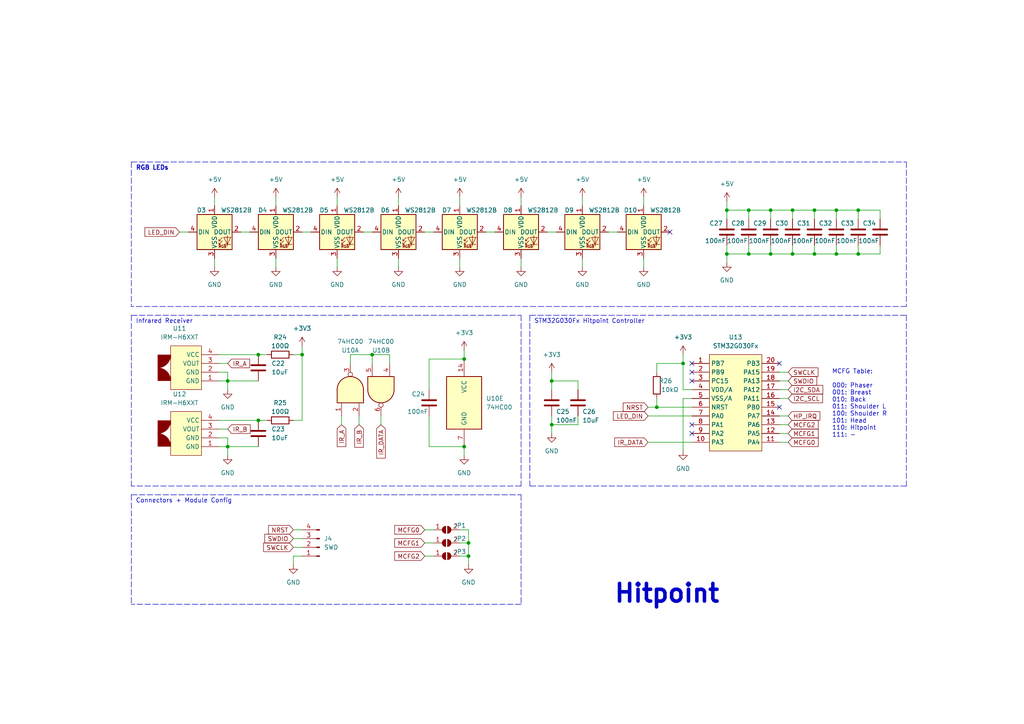
<source format=kicad_sch>
(kicad_sch (version 20211123) (generator eeschema)
  (paper "A4")
  (title_block (title "Breast Module") (date "2023-01-28") (rev "Proto V1") (comment 1 "(C) 2023 Ole Lange"))
  (lib_symbols
    (symbol "74xx:74HC00" (pin_names (offset 1.016))
      (property "Reference" "U" (at 0 1.27 0))
      (property "Value" "74HC00" (at 0 -1.27 0))
      (symbol "74HC00_1_1"
        (arc (start 0 -3.81) (mid 3.81 0) (end 0 3.81) (stroke (width 0.254)) (fill (type background)))
        (polyline (pts (xy 0 3.81) (xy -3.81 3.81) (xy -3.81 -3.81) (xy 0 -3.81)) (stroke (width 0.254)) (fill (type background)))
        (pin input line (at -7.62 2.54 0) (length 3.81) (name "~") (number "1"))
        (pin input line (at -7.62 -2.54 0) (length 3.81) (name "~") (number "2"))
        (pin output inverted (at 7.62 0 180) (length 3.81) (name "~") (number "3"))
      )
      (symbol "74HC00_1_2"
        (arc (start -3.81 -3.81) (mid -2.589 0) (end -3.81 3.81) (stroke (width 0.254)))
        (arc (start -0.6096 -3.81) (mid 2.1842 -2.5851) (end 3.81 0) (stroke (width 0.254)) (fill (type background)))
        (polyline (pts (xy -3.81 -3.81) (xy -0.635 -3.81)) (stroke (width 0.254)) (fill (type background)))
        (polyline (pts (xy -3.81 3.81) (xy -0.635 3.81)) (stroke (width 0.254)) (fill (type background)))
        (polyline (pts (xy -0.635 3.81) (xy -3.81 3.81) (xy -3.81 3.81) (xy -3.556 3.4036) (xy -3.0226 2.2606) (xy -2.6924 1.0414) (xy -2.6162 -0.254) (xy -2.7686 -1.4986) (xy -3.175 -2.7178) (xy -3.81 -3.81) (xy -3.81 -3.81) (xy -0.635 -3.81)) (stroke (width -25.4)) (fill (type background)))
        (arc (start 3.81 0) (mid 2.1915 2.5936) (end -0.6096 3.81) (stroke (width 0.254)) (fill (type background)))
        (pin input inverted (at -7.62 2.54 0) (length 4.318) (name "~") (number "1"))
        (pin input inverted (at -7.62 -2.54 0) (length 4.318) (name "~") (number "2"))
        (pin output line (at 7.62 0 180) (length 3.81) (name "~") (number "3"))
      )
      (symbol "74HC00_2_1"
        (arc (start 0 -3.81) (mid 3.81 0) (end 0 3.81) (stroke (width 0.254)) (fill (type background)))
        (polyline (pts (xy 0 3.81) (xy -3.81 3.81) (xy -3.81 -3.81) (xy 0 -3.81)) (stroke (width 0.254)) (fill (type background)))
        (pin input line (at -7.62 2.54 0) (length 3.81) (name "~") (number "4"))
        (pin input line (at -7.62 -2.54 0) (length 3.81) (name "~") (number "5"))
        (pin output inverted (at 7.62 0 180) (length 3.81) (name "~") (number "6"))
      )
      (symbol "74HC00_2_2"
        (arc (start -3.81 -3.81) (mid -2.589 0) (end -3.81 3.81) (stroke (width 0.254)))
        (arc (start -0.6096 -3.81) (mid 2.1842 -2.5851) (end 3.81 0) (stroke (width 0.254)) (fill (type background)))
        (polyline (pts (xy -3.81 -3.81) (xy -0.635 -3.81)) (stroke (width 0.254)) (fill (type background)))
        (polyline (pts (xy -3.81 3.81) (xy -0.635 3.81)) (stroke (width 0.254)) (fill (type background)))
        (polyline (pts (xy -0.635 3.81) (xy -3.81 3.81) (xy -3.81 3.81) (xy -3.556 3.4036) (xy -3.0226 2.2606) (xy -2.6924 1.0414) (xy -2.6162 -0.254) (xy -2.7686 -1.4986) (xy -3.175 -2.7178) (xy -3.81 -3.81) (xy -3.81 -3.81) (xy -0.635 -3.81)) (stroke (width -25.4)) (fill (type background)))
        (arc (start 3.81 0) (mid 2.1915 2.5936) (end -0.6096 3.81) (stroke (width 0.254)) (fill (type background)))
        (pin input inverted (at -7.62 2.54 0) (length 4.318) (name "~") (number "4"))
        (pin input inverted (at -7.62 -2.54 0) (length 4.318) (name "~") (number "5"))
        (pin output line (at 7.62 0 180) (length 3.81) (name "~") (number "6"))
      )
      (symbol "74HC00_3_1"
        (arc (start 0 -3.81) (mid 3.81 0) (end 0 3.81) (stroke (width 0.254)) (fill (type background)))
        (polyline (pts (xy 0 3.81) (xy -3.81 3.81) (xy -3.81 -3.81) (xy 0 -3.81)) (stroke (width 0.254)) (fill (type background)))
        (pin input line (at -7.62 -2.54 0) (length 3.81) (name "~") (number "10"))
        (pin output inverted (at 7.62 0 180) (length 3.81) (name "~") (number "8"))
        (pin input line (at -7.62 2.54 0) (length 3.81) (name "~") (number "9"))
      )
      (symbol "74HC00_3_2"
        (arc (start -3.81 -3.81) (mid -2.589 0) (end -3.81 3.81) (stroke (width 0.254)))
        (arc (start -0.6096 -3.81) (mid 2.1842 -2.5851) (end 3.81 0) (stroke (width 0.254)) (fill (type background)))
        (polyline (pts (xy -3.81 -3.81) (xy -0.635 -3.81)) (stroke (width 0.254)) (fill (type background)))
        (polyline (pts (xy -3.81 3.81) (xy -0.635 3.81)) (stroke (width 0.254)) (fill (type background)))
        (polyline (pts (xy -0.635 3.81) (xy -3.81 3.81) (xy -3.81 3.81) (xy -3.556 3.4036) (xy -3.0226 2.2606) (xy -2.6924 1.0414) (xy -2.6162 -0.254) (xy -2.7686 -1.4986) (xy -3.175 -2.7178) (xy -3.81 -3.81) (xy -3.81 -3.81) (xy -0.635 -3.81)) (stroke (width -25.4)) (fill (type background)))
        (arc (start 3.81 0) (mid 2.1915 2.5936) (end -0.6096 3.81) (stroke (width 0.254)) (fill (type background)))
        (pin input inverted (at -7.62 -2.54 0) (length 4.318) (name "~") (number "10"))
        (pin output line (at 7.62 0 180) (length 3.81) (name "~") (number "8"))
        (pin input inverted (at -7.62 2.54 0) (length 4.318) (name "~") (number "9"))
      )
      (symbol "74HC00_4_1"
        (arc (start 0 -3.81) (mid 3.81 0) (end 0 3.81) (stroke (width 0.254)) (fill (type background)))
        (polyline (pts (xy 0 3.81) (xy -3.81 3.81) (xy -3.81 -3.81) (xy 0 -3.81)) (stroke (width 0.254)) (fill (type background)))
        (pin output inverted (at 7.62 0 180) (length 3.81) (name "~") (number "11"))
        (pin input line (at -7.62 2.54 0) (length 3.81) (name "~") (number "12"))
        (pin input line (at -7.62 -2.54 0) (length 3.81) (name "~") (number "13"))
      )
      (symbol "74HC00_4_2"
        (arc (start -3.81 -3.81) (mid -2.589 0) (end -3.81 3.81) (stroke (width 0.254)))
        (arc (start -0.6096 -3.81) (mid 2.1842 -2.5851) (end 3.81 0) (stroke (width 0.254)) (fill (type background)))
        (polyline (pts (xy -3.81 -3.81) (xy -0.635 -3.81)) (stroke (width 0.254)) (fill (type background)))
        (polyline (pts (xy -3.81 3.81) (xy -0.635 3.81)) (stroke (width 0.254)) (fill (type background)))
        (polyline (pts (xy -0.635 3.81) (xy -3.81 3.81) (xy -3.81 3.81) (xy -3.556 3.4036) (xy -3.0226 2.2606) (xy -2.6924 1.0414) (xy -2.6162 -0.254) (xy -2.7686 -1.4986) (xy -3.175 -2.7178) (xy -3.81 -3.81) (xy -3.81 -3.81) (xy -0.635 -3.81)) (stroke (width -25.4)) (fill (type background)))
        (arc (start 3.81 0) (mid 2.1915 2.5936) (end -0.6096 3.81) (stroke (width 0.254)) (fill (type background)))
        (pin output line (at 7.62 0 180) (length 3.81) (name "~") (number "11"))
        (pin input inverted (at -7.62 2.54 0) (length 4.318) (name "~") (number "12"))
        (pin input inverted (at -7.62 -2.54 0) (length 4.318) (name "~") (number "13"))
      )
      (symbol "74HC00_5_0"
        (pin power_in line (at 0 12.7 270) (length 5.08) (name "VCC") (number "14"))
        (pin power_in line (at 0 -12.7 90) (length 5.08) (name "GND") (number "7"))
      )
      (symbol "74HC00_5_1"
        (rectangle (start -5.08 7.62) (end 5.08 -7.62) (stroke (width 0.254)) (fill (type background)))
      )
    )
    (symbol "Connector:Conn_01x04_Male" (pin_names (offset 1.016) hide)
      (property "Reference" "J" (at 0 5.08 0))
      (property "Value" "Conn_01x04_Male" (at 0 -7.62 0))
      (symbol "Conn_01x04_Male_1_1"
        (polyline (pts (xy 1.27 -5.08) (xy 0.8636 -5.08)) (stroke (width 0.1524)))
        (polyline (pts (xy 1.27 -2.54) (xy 0.8636 -2.54)) (stroke (width 0.1524)))
        (polyline (pts (xy 1.27 0) (xy 0.8636 0)) (stroke (width 0.1524)))
        (polyline (pts (xy 1.27 2.54) (xy 0.8636 2.54)) (stroke (width 0.1524)))
        (rectangle (start 0.8636 -4.953) (end 0 -5.207) (stroke (width 0.1524)) (fill (type outline)))
        (rectangle (start 0.8636 -2.413) (end 0 -2.667) (stroke (width 0.1524)) (fill (type outline)))
        (rectangle (start 0.8636 0.127) (end 0 -0.127) (stroke (width 0.1524)) (fill (type outline)))
        (rectangle (start 0.8636 2.667) (end 0 2.413) (stroke (width 0.1524)) (fill (type outline)))
        (pin passive line (at 5.08 2.54 180) (length 3.81) (name "Pin_1") (number "1"))
        (pin passive line (at 5.08 0 180) (length 3.81) (name "Pin_2") (number "2"))
        (pin passive line (at 5.08 -2.54 180) (length 3.81) (name "Pin_3") (number "3"))
        (pin passive line (at 5.08 -5.08 180) (length 3.81) (name "Pin_4") (number "4"))
      )
    )
    (symbol "Device:C" (pin_numbers hide) (pin_names (offset 0.254))
      (property "Reference" "C" (at 0.635 2.54 0))
      (property "Value" "C" (at 0.635 -2.54 0))
      (symbol "C_0_1"
        (polyline (pts (xy -2.032 -0.762) (xy 2.032 -0.762)) (stroke (width 0.508)))
        (polyline (pts (xy -2.032 0.762) (xy 2.032 0.762)) (stroke (width 0.508)))
      )
      (symbol "C_1_1"
        (pin passive line (at 0 3.81 270) (length 2.794) (name "~") (number "1"))
        (pin passive line (at 0 -3.81 90) (length 2.794) (name "~") (number "2"))
      )
    )
    (symbol "Device:R" (pin_numbers hide) (pin_names (offset 0))
      (property "Reference" "R" (at 2.032 0 90))
      (property "Value" "R" (at 0 0 90))
      (symbol "R_0_1"
        (rectangle (start -1.016 -2.54) (end 1.016 2.54) (stroke (width 0.254)))
      )
      (symbol "R_1_1"
        (pin passive line (at 0 3.81 270) (length 1.27) (name "~") (number "1"))
        (pin passive line (at 0 -3.81 90) (length 1.27) (name "~") (number "2"))
      )
    )
    (symbol "Jumper:SolderJumper_2_Open" (pin_names (offset 0) hide)
      (property "Reference" "JP" (at 0 2.032 0))
      (property "Value" "SolderJumper_2_Open" (at 0 -2.54 0))
      (symbol "SolderJumper_2_Open_0_1"
        (arc (start -0.254 1.016) (mid -1.27 0) (end -0.254 -1.016))
        (arc (start -0.254 1.016) (mid -1.27 0) (end -0.254 -1.016) (fill (type outline)))
        (polyline (pts (xy -0.254 1.016) (xy -0.254 -1.016)))
        (polyline (pts (xy 0.254 1.016) (xy 0.254 -1.016)))
        (arc (start 0.254 -1.016) (mid 1.27 0) (end 0.254 1.016))
        (arc (start 0.254 -1.016) (mid 1.27 0) (end 0.254 1.016) (fill (type outline)))
      )
      (symbol "SolderJumper_2_Open_1_1"
        (pin passive line (at -3.81 0 0) (length 2.54) (name "A") (number "1"))
        (pin passive line (at 3.81 0 180) (length 2.54) (name "B") (number "2"))
      )
    )
    (symbol "LED:WS2812B" (pin_names (offset 0.254))
      (property "Reference" "D" (at 5.08 5.715 0))
      (property "Value" "WS2812B" (at 1.27 -5.715 0))
      (symbol "WS2812B_0_0"
        (text "RGB" (at 2.286 -4.191 0) (effects (font (size 0.762 0.762))))
      )
      (symbol "WS2812B_0_1"
        (polyline (pts (xy 1.27 -3.556) (xy 1.778 -3.556)))
        (polyline (pts (xy 1.27 -2.54) (xy 1.778 -2.54)))
        (polyline (pts (xy 4.699 -3.556) (xy 2.667 -3.556)))
        (polyline (pts (xy 2.286 -2.54) (xy 1.27 -3.556) (xy 1.27 -3.048)))
        (polyline (pts (xy 2.286 -1.524) (xy 1.27 -2.54) (xy 1.27 -2.032)))
        (polyline (pts (xy 3.683 -1.016) (xy 3.683 -3.556) (xy 3.683 -4.064)))
        (polyline (pts (xy 4.699 -1.524) (xy 2.667 -1.524) (xy 3.683 -3.556) (xy 4.699 -1.524)))
        (rectangle (start 5.08 5.08) (end -5.08 -5.08) (stroke (width 0.254)) (fill (type background)))
      )
      (symbol "WS2812B_1_1"
        (pin power_in line (at 0 7.62 270) (length 2.54) (name "VDD") (number "1"))
        (pin output line (at 7.62 0 180) (length 2.54) (name "DOUT") (number "2"))
        (pin power_in line (at 0 -7.62 90) (length 2.54) (name "VSS") (number "3"))
        (pin input line (at -7.62 0 0) (length 2.54) (name "DIN") (number "4"))
      )
    )
    (symbol "olib:IRM-H6XXT"
      (property "Reference" "U" (at -7.62 12.7 0))
      (property "Value" "IRM-H6XXT" (at 1.27 12.7 0))
      (symbol "IRM-H6XXT_0_0"
        (pin power_in line (at -5.08 5.08 0) (length 5.08) (name "GND") (number "1"))
        (pin power_in line (at -5.08 2.54 0) (length 5.08) (name "GND") (number "2"))
        (pin output line (at -5.08 0 0) (length 5.08) (name "VOUT") (number "3"))
        (pin power_in line (at -5.08 -2.54 0) (length 5.08) (name "VCC") (number "4"))
      )
      (symbol "IRM-H6XXT_0_1"
        (rectangle (start 0 7.62) (end 8.89 -5.08) (fill (type background)))
        (arc (start 8.89 5.08) (mid 6.1959 -1.4241) (end 12.7 1.27) (fill (type outline)))
        (arc (start 12.7 1.27) (mid 6.1959 3.9641) (end 8.89 -2.54) (fill (type outline)))
      )
    )
    (symbol "olib:STM32G030Fx"
      (property "Reference" "U" (at 0 19.05 0))
      (property "Value" "STM32G030Fx" (at 0 16.51 0))
      (symbol "STM32G030Fx_0_0"
        (pin bidirectional line (at -12.7 11.43 0) (length 5.08) (name "PB7") (number "1"))
        (pin bidirectional line (at -12.7 -11.43 0) (length 5.08) (name "PA3") (number "10"))
        (pin bidirectional line (at 12.7 -11.43 180) (length 5.08) (name "PA4") (number "11"))
        (pin bidirectional line (at 12.7 -8.89 180) (length 5.08) (name "PA5") (number "12"))
        (pin bidirectional line (at 12.7 -6.35 180) (length 5.08) (name "PA6") (number "13"))
        (pin bidirectional line (at 12.7 -3.81 180) (length 5.08) (name "PA7") (number "14"))
        (pin bidirectional line (at 12.7 -1.27 180) (length 5.08) (name "PB0") (number "15"))
        (pin bidirectional line (at 12.7 1.27 180) (length 5.08) (name "PA11") (number "16"))
        (pin bidirectional line (at 12.7 3.81 180) (length 5.08) (name "PA12") (number "17"))
        (pin bidirectional line (at 12.7 6.35 180) (length 5.08) (name "PA13") (number "18"))
        (pin bidirectional line (at 12.7 8.89 180) (length 5.08) (name "PA15") (number "19"))
        (pin bidirectional line (at -12.7 8.89 0) (length 5.08) (name "PB9") (number "2"))
        (pin bidirectional line (at 12.7 11.43 180) (length 5.08) (name "PB3") (number "20"))
        (pin bidirectional line (at -12.7 6.35 0) (length 5.08) (name "PC15") (number "3"))
        (pin power_in line (at -12.7 3.81 0) (length 5.08) (name "VDD/A") (number "4"))
        (pin power_in line (at -12.7 1.27 0) (length 5.08) (name "VSS/A") (number "5"))
        (pin input line (at -12.7 -1.27 0) (length 5.08) (name "NRST") (number "6"))
        (pin bidirectional line (at -12.7 -3.81 0) (length 5.08) (name "PA0") (number "7"))
        (pin bidirectional line (at -12.7 -6.35 0) (length 5.08) (name "PA1") (number "8"))
        (pin bidirectional line (at -12.7 -8.89 0) (length 5.08) (name "PA2") (number "9"))
      )
      (symbol "STM32G030Fx_0_1"
        (rectangle (start -7.62 13.97) (end 7.62 -13.97) (fill (type background)))
      )
    )
    (symbol "power:+3V3" (power) (pin_names (offset 0))
      (property "Value" "+3V3" (at 0 3.556 0))
      (symbol "+3V3_0_1"
        (polyline (pts (xy -0.762 1.27) (xy 0 2.54)))
        (polyline (pts (xy 0 0) (xy 0 2.54)))
        (polyline (pts (xy 0 2.54) (xy 0.762 1.27)))
      )
      (symbol "+3V3_1_1"
        (pin power_in line (at 0 0 90) (length 0) hide (name "+3V3") (number "1"))
      )
    )
    (symbol "power:+5V" (power) (pin_names (offset 0))
      (property "Value" "+5V" (at 0 3.556 0))
      (symbol "+5V_0_1"
        (polyline (pts (xy -0.762 1.27) (xy 0 2.54)))
        (polyline (pts (xy 0 0) (xy 0 2.54)))
        (polyline (pts (xy 0 2.54) (xy 0.762 1.27)))
      )
      (symbol "+5V_1_1"
        (pin power_in line (at 0 0 90) (length 0) hide (name "+5V") (number "1"))
      )
    )
    (symbol "power:GND" (power) (pin_names (offset 0))
      (property "Value" "GND" (at 0 -3.81 0))
      (symbol "GND_0_1"
        (polyline (pts (xy 0 0) (xy 0 -1.27) (xy 1.27 -1.27) (xy 0 -2.54) (xy -1.27 -1.27) (xy 0 -1.27)))
      )
      (symbol "GND_1_1"
        (pin power_in line (at 0 0 270) (length 0) hide (name "GND") (number "1"))
      )
    )
  )
  (junction (at 74.93 102.87))
  (junction (at 134.62 104.14))
  (junction (at 248.92 73.66))
  (junction (at 135.89 157.48))
  (junction (at 229.87 60.96))
  (junction (at 160.02 110.49))
  (junction (at 66.04 110.49))
  (junction (at 248.92 60.96))
  (junction (at 198.12 105.41))
  (junction (at 242.57 60.96))
  (junction (at 134.62 129.54))
  (junction (at 66.04 129.54))
  (junction (at 210.82 73.66))
  (junction (at 87.63 102.87))
  (junction (at 160.02 123.19))
  (junction (at 217.17 73.66))
  (junction (at 229.87 73.66))
  (junction (at 217.17 60.96))
  (junction (at 236.22 73.66))
  (junction (at 74.93 121.92))
  (junction (at 107.95 102.87))
  (junction (at 210.82 60.96))
  (junction (at 223.52 73.66))
  (junction (at 236.22 60.96))
  (junction (at 190.5 118.11))
  (junction (at 223.52 60.96))
  (junction (at 242.57 73.66))
  (junction (at 135.89 161.29))
  (no_connect (at 38.1 -5.08))
  (no_connect (at 20.32 -10.16))
  (no_connect (at 200.66 107.95))
  (no_connect (at 200.66 125.73))
  (no_connect (at 35.56 -7.62))
  (no_connect (at 200.66 110.49))
  (no_connect (at 200.66 105.41))
  (no_connect (at 53.34 -7.62))
  (no_connect (at 200.66 123.19))
  (no_connect (at 226.06 105.41))
  (no_connect (at 226.06 118.11))
  (no_connect (at 20.32 -5.08))
  (no_connect (at 38.1 -10.16))
  (no_connect (at 194.31 67.31))
  (wire (pts (xy 229.87 60.96) (xy 236.22 60.96)))
  (wire (pts (xy 226.06 107.95) (xy 228.6 107.95)))
  (wire (pts (xy 248.92 71.12) (xy 248.92 73.66)))
  (wire (pts (xy 187.96 120.65) (xy 200.66 120.65)))
  (wire (pts (xy 133.35 74.93) (xy 133.35 77.47)))
  (wire (pts (xy 63.5 107.95) (xy 66.04 107.95)))
  (wire (pts (xy 236.22 60.96) (xy 236.22 63.5)))
  (polyline (pts (xy 262.89 46.99) (xy 262.89 88.9)))
  (wire (pts (xy 168.91 57.15) (xy 168.91 59.69)))
  (wire (pts (xy 160.02 110.49) (xy 167.64 110.49)))
  (wire (pts (xy 63.5 129.54) (xy 66.04 129.54)))
  (wire (pts (xy 134.62 101.6) (xy 134.62 104.14)))
  (wire (pts (xy 236.22 71.12) (xy 236.22 73.66)))
  (wire (pts (xy 187.96 118.11) (xy 190.5 118.11)))
  (wire (pts (xy 226.06 113.03) (xy 228.6 113.03)))
  (wire (pts (xy 226.06 128.27) (xy 228.6 128.27)))
  (wire (pts (xy 80.01 74.93) (xy 80.01 77.47)))
  (polyline (pts (xy 38.1 91.44) (xy 38.1 140.97)))
  (wire (pts (xy 85.09 156.21) (xy 87.63 156.21)))
  (wire (pts (xy 85.09 161.29) (xy 87.63 161.29)))
  (wire (pts (xy 217.17 73.66) (xy 223.52 73.66)))
  (polyline (pts (xy 38.1 143.51) (xy 151.13 143.51)))
  (polyline (pts (xy 38.1 46.99) (xy 262.89 46.99)))
  (wire (pts (xy 110.49 120.65) (xy 110.49 123.19)))
  (wire (pts (xy 229.87 71.12) (xy 229.87 73.66)))
  (wire (pts (xy 66.04 110.49) (xy 74.93 110.49)))
  (wire (pts (xy 107.95 102.87) (xy 113.03 102.87)))
  (polyline (pts (xy 38.1 46.99) (xy 38.1 88.9)))
  (wire (pts (xy 135.89 157.48) (xy 135.89 161.29)))
  (wire (pts (xy 236.22 73.66) (xy 242.57 73.66)))
  (wire (pts (xy 210.82 58.42) (xy 210.82 60.96)))
  (wire (pts (xy 217.17 71.12) (xy 217.17 73.66)))
  (wire (pts (xy 248.92 60.96) (xy 248.92 63.5)))
  (wire (pts (xy 63.5 110.49) (xy 66.04 110.49)))
  (wire (pts (xy 158.75 67.31) (xy 161.29 67.31)))
  (wire (pts (xy 63.5 102.87) (xy 74.93 102.87)))
  (wire (pts (xy 134.62 129.54) (xy 134.62 132.08)))
  (wire (pts (xy 85.09 102.87) (xy 87.63 102.87)))
  (wire (pts (xy 135.89 161.29) (xy 135.89 163.83)))
  (wire (pts (xy 217.17 60.96) (xy 217.17 63.5)))
  (wire (pts (xy 255.27 60.96) (xy 255.27 63.5)))
  (wire (pts (xy 176.53 67.31) (xy 179.07 67.31)))
  (wire (pts (xy 85.09 163.83) (xy 85.09 161.29)))
  (wire (pts (xy 160.02 107.95) (xy 160.02 110.49)))
  (polyline (pts (xy 262.89 91.44) (xy 262.89 140.97)))
  (wire (pts (xy 198.12 113.03) (xy 200.66 113.03)))
  (wire (pts (xy 226.06 115.57) (xy 228.6 115.57)))
  (wire (pts (xy 210.82 71.12) (xy 210.82 73.66)))
  (wire (pts (xy 87.63 100.33) (xy 87.63 102.87)))
  (wire (pts (xy 63.5 127) (xy 66.04 127)))
  (wire (pts (xy 226.06 125.73) (xy 228.6 125.73)))
  (wire (pts (xy 97.79 57.15) (xy 97.79 59.69)))
  (wire (pts (xy 229.87 60.96) (xy 229.87 63.5)))
  (polyline (pts (xy 262.89 88.9) (xy 38.1 88.9)))
  (wire (pts (xy 99.06 123.19) (xy 99.06 120.65)))
  (wire (pts (xy 198.12 102.87) (xy 198.12 105.41)))
  (wire (pts (xy 63.5 124.46) (xy 66.04 124.46)))
  (wire (pts (xy 124.46 113.03) (xy 124.46 104.14)))
  (wire (pts (xy 135.89 161.29) (xy 133.35 161.29)))
  (polyline (pts (xy 38.1 91.44) (xy 151.13 91.44)))
  (wire (pts (xy 66.04 127) (xy 66.04 129.54)))
  (wire (pts (xy 248.92 60.96) (xy 255.27 60.96)))
  (wire (pts (xy 229.87 73.66) (xy 236.22 73.66)))
  (wire (pts (xy 124.46 129.54) (xy 134.62 129.54)))
  (wire (pts (xy 107.95 102.87) (xy 107.95 105.41)))
  (wire (pts (xy 69.85 67.31) (xy 72.39 67.31)))
  (wire (pts (xy 124.46 120.65) (xy 124.46 129.54)))
  (wire (pts (xy 105.41 67.31) (xy 107.95 67.31)))
  (wire (pts (xy 167.64 123.19) (xy 167.64 120.65)))
  (wire (pts (xy 167.64 110.49) (xy 167.64 113.03)))
  (wire (pts (xy 80.01 57.15) (xy 80.01 59.69)))
  (wire (pts (xy 223.52 73.66) (xy 229.87 73.66)))
  (wire (pts (xy 101.6 105.41) (xy 101.6 102.87)))
  (wire (pts (xy 186.69 74.93) (xy 186.69 77.47)))
  (wire (pts (xy 62.23 74.93) (xy 62.23 77.47)))
  (wire (pts (xy 123.19 157.48) (xy 125.73 157.48)))
  (wire (pts (xy 200.66 118.11) (xy 190.5 118.11)))
  (wire (pts (xy 52.07 67.31) (xy 54.61 67.31)))
  (wire (pts (xy 186.69 57.15) (xy 186.69 59.69)))
  (wire (pts (xy 133.35 157.48) (xy 135.89 157.48)))
  (wire (pts (xy 74.93 102.87) (xy 77.47 102.87)))
  (wire (pts (xy 87.63 67.31) (xy 90.17 67.31)))
  (wire (pts (xy 151.13 74.93) (xy 151.13 77.47)))
  (wire (pts (xy 248.92 73.66) (xy 255.27 73.66)))
  (polyline (pts (xy 151.13 143.51) (xy 151.13 175.26)))
  (wire (pts (xy 226.06 110.49) (xy 228.6 110.49)))
  (wire (pts (xy 66.04 107.95) (xy 66.04 110.49)))
  (wire (pts (xy 85.09 153.67) (xy 87.63 153.67)))
  (wire (pts (xy 226.06 120.65) (xy 228.6 120.65)))
  (polyline (pts (xy 153.67 91.44) (xy 153.67 140.97)))
  (wire (pts (xy 113.03 102.87) (xy 113.03 105.41)))
  (wire (pts (xy 160.02 120.65) (xy 160.02 123.19)))
  (wire (pts (xy 242.57 60.96) (xy 242.57 63.5)))
  (wire (pts (xy 63.5 105.41) (xy 66.04 105.41)))
  (wire (pts (xy 217.17 60.96) (xy 223.52 60.96)))
  (wire (pts (xy 223.52 71.12) (xy 223.52 73.66)))
  (wire (pts (xy 210.82 63.5) (xy 210.82 60.96)))
  (wire (pts (xy 123.19 161.29) (xy 125.73 161.29)))
  (wire (pts (xy 198.12 115.57) (xy 200.66 115.57)))
  (wire (pts (xy 160.02 123.19) (xy 167.64 123.19)))
  (wire (pts (xy 66.04 110.49) (xy 66.04 113.03)))
  (wire (pts (xy 104.14 123.19) (xy 104.14 120.65)))
  (polyline (pts (xy 38.1 143.51) (xy 38.1 175.26)))
  (wire (pts (xy 210.82 73.66) (xy 217.17 73.66)))
  (polyline (pts (xy 262.89 140.97) (xy 153.67 140.97)))
  (wire (pts (xy 242.57 71.12) (xy 242.57 73.66)))
  (wire (pts (xy 74.93 121.92) (xy 77.47 121.92)))
  (polyline (pts (xy 151.13 140.97) (xy 38.1 140.97)))
  (polyline (pts (xy 151.13 91.44) (xy 151.13 140.97)))
  (wire (pts (xy 133.35 153.67) (xy 135.89 153.67)))
  (wire (pts (xy 255.27 73.66) (xy 255.27 71.12)))
  (wire (pts (xy 210.82 73.66) (xy 210.82 76.2)))
  (wire (pts (xy 123.19 67.31) (xy 125.73 67.31)))
  (wire (pts (xy 190.5 105.41) (xy 198.12 105.41)))
  (wire (pts (xy 198.12 105.41) (xy 198.12 113.03)))
  (polyline (pts (xy 153.67 91.44) (xy 262.89 91.44)))
  (wire (pts (xy 242.57 60.96) (xy 248.92 60.96)))
  (wire (pts (xy 242.57 73.66) (xy 248.92 73.66)))
  (wire (pts (xy 190.5 107.95) (xy 190.5 105.41)))
  (wire (pts (xy 198.12 130.81) (xy 198.12 115.57)))
  (wire (pts (xy 87.63 102.87) (xy 87.63 121.92)))
  (wire (pts (xy 62.23 57.15) (xy 62.23 59.69)))
  (wire (pts (xy 85.09 121.92) (xy 87.63 121.92)))
  (wire (pts (xy 140.97 67.31) (xy 143.51 67.31)))
  (wire (pts (xy 66.04 129.54) (xy 74.93 129.54)))
  (wire (pts (xy 223.52 60.96) (xy 229.87 60.96)))
  (wire (pts (xy 115.57 74.93) (xy 115.57 77.47)))
  (wire (pts (xy 210.82 60.96) (xy 217.17 60.96)))
  (wire (pts (xy 133.35 57.15) (xy 133.35 59.69)))
  (wire (pts (xy 85.09 158.75) (xy 87.63 158.75)))
  (polyline (pts (xy 151.13 175.26) (xy 38.1 175.26)))
  (wire (pts (xy 226.06 123.19) (xy 228.6 123.19)))
  (wire (pts (xy 151.13 57.15) (xy 151.13 59.69)))
  (wire (pts (xy 187.96 128.27) (xy 200.66 128.27)))
  (wire (pts (xy 135.89 153.67) (xy 135.89 157.48)))
  (wire (pts (xy 101.6 102.87) (xy 107.95 102.87)))
  (wire (pts (xy 160.02 123.19) (xy 160.02 125.73)))
  (wire (pts (xy 223.52 60.96) (xy 223.52 63.5)))
  (wire (pts (xy 124.46 104.14) (xy 134.62 104.14)))
  (wire (pts (xy 63.5 121.92) (xy 74.93 121.92)))
  (wire (pts (xy 168.91 74.93) (xy 168.91 77.47)))
  (wire (pts (xy 236.22 60.96) (xy 242.57 60.96)))
  (wire (pts (xy 97.79 74.93) (xy 97.79 77.47)))
  (wire (pts (xy 160.02 110.49) (xy 160.02 113.03)))
  (wire (pts (xy 66.04 129.54) (xy 66.04 132.08)))
  (wire (pts (xy 123.19 153.67) (xy 125.73 153.67)))
  (wire (pts (xy 115.57 57.15) (xy 115.57 59.69)))
  (wire (pts (xy 190.5 118.11) (xy 190.5 115.57)))
  (text "MCFG Table:\n\n000: Phaser\n001: Breast\n010: Back\n011: Shoulder L\n100: Shoulder R\n101: Head\n110: Hitpoint\n111: -" (at 241.3 127 0) (effects (font (size 1.27 1.27)) (justify left bottom)))
  (text "Connectors + Module Config" (at 39.37 146.05 0) (effects (font (size 1.27 1.27)) (justify left bottom)))
  (text "STM32G030Fx Hitpoint Controller" (at 154.94 93.98 0) (effects (font (size 1.27 1.27)) (justify left bottom)))
  (text "Infrared Receiver" (at 39.37 93.98 0) (effects (font (size 1.27 1.27)) (justify left bottom)))
  (text "Hitpoint	" (at 177.8 175.26 0) (effects (font (size 5.12 5.12) (thickness 1.024) bold) (justify left bottom)))
  (text "RGB LEDs" (at 39.37 49.53 0) (effects (font (size 1.27 1.27) bold) (justify left bottom)))
  (global_label "IR_DATA" (shape input) (at 110.49 123.19 270) (property "Intersheet References" "${INTERSHEET_REFS}" (effects hide)))
  (global_label "MCFG2" (shape input) (at 228.6 123.19 0) (property "Intersheet References" "${INTERSHEET_REFS}" (effects hide)))
  (global_label "MCFG2" (shape input) (at 123.19 161.29 180) (property "Intersheet References" "${INTERSHEET_REFS}" (effects hide)))
  (global_label "MCFG1" (shape input) (at 228.6 125.73 0) (property "Intersheet References" "${INTERSHEET_REFS}" (effects hide)))
  (global_label "IR_A" (shape input) (at 66.04 105.41 0) (property "Intersheet References" "${INTERSHEET_REFS}" (effects hide)))
  (global_label "IR_B" (shape input) (at 104.14 123.19 270) (property "Intersheet References" "${INTERSHEET_REFS}" (effects hide)))
  (global_label "SWDIO" (shape input) (at 228.6 110.49 0) (property "Intersheet References" "${INTERSHEET_REFS}" (effects hide)))
  (global_label "SWCLK" (shape input) (at 85.09 158.75 180) (property "Intersheet References" "${INTERSHEET_REFS}" (effects hide)))
  (global_label "NRST" (shape input) (at 85.09 153.67 180) (property "Intersheet References" "${INTERSHEET_REFS}" (effects hide)))
  (global_label "SWDIO" (shape input) (at 85.09 156.21 180) (property "Intersheet References" "${INTERSHEET_REFS}" (effects hide)))
  (global_label "I2C_SDA" (shape input) (at 228.6 113.03 0) (property "Intersheet References" "${INTERSHEET_REFS}" (effects hide)))
  (global_label "I2C_SCL" (shape input) (at 228.6 115.57 0) (property "Intersheet References" "${INTERSHEET_REFS}" (effects hide)))
  (global_label "MCFG0" (shape input) (at 123.19 153.67 180) (property "Intersheet References" "${INTERSHEET_REFS}" (effects hide)))
  (global_label "IR_A" (shape input) (at 99.06 123.19 270) (property "Intersheet References" "${INTERSHEET_REFS}" (effects hide)))
  (global_label "MCFG1" (shape input) (at 123.19 157.48 180) (property "Intersheet References" "${INTERSHEET_REFS}" (effects hide)))
  (global_label "HP_IRQ" (shape input) (at 228.6 120.65 0) (property "Intersheet References" "${INTERSHEET_REFS}" (effects hide)))
  (global_label "LED_DIN" (shape input) (at 52.07 67.31 180) (property "Intersheet References" "${INTERSHEET_REFS}" (effects hide)))
  (global_label "IR_DATA" (shape input) (at 187.96 128.27 180) (property "Intersheet References" "${INTERSHEET_REFS}" (effects hide)))
  (global_label "IR_B" (shape input) (at 66.04 124.46 0) (property "Intersheet References" "${INTERSHEET_REFS}" (effects hide)))
  (global_label "SWCLK" (shape input) (at 228.6 107.95 0) (property "Intersheet References" "${INTERSHEET_REFS}" (effects hide)))
  (global_label "LED_DIN" (shape input) (at 187.96 120.65 180) (property "Intersheet References" "${INTERSHEET_REFS}" (effects hide)))
  (global_label "MCFG0" (shape input) (at 228.6 128.27 0) (property "Intersheet References" "${INTERSHEET_REFS}" (effects hide)))
  (global_label "NRST" (shape input) (at 187.96 118.11 180) (property "Intersheet References" "${INTERSHEET_REFS}" (effects hide)))
  (symbol (lib_id "power:+5V") (at 168.91 57.15 0) (unit 1)
    (property "Reference" "#PWR057" (effects hide))
    (property "Value" "+5V" (at 168.91 52.07 0))
  )
  (symbol (lib_id "olib:IRM-H6XXT") (at 58.42 124.46 180) (unit 1)
    (property "Reference" "U12" (at 52.07 114.3 0))
    (property "Value" "IRM-H6XXT" (at 52.07 116.84 0))
    (property "Footprint" "olelib:IRM-H6XXT" (effects hide))
  )
  (symbol (lib_id "LED:WS2812B") (at 151.13 67.31 0) (unit 1)
    (property "Reference" "D8" (at 147.32 60.96 0))
    (property "Value" "WS2812B" (at 157.48 60.96 0))
    (property "Footprint" "LED_SMD:LED_WS2812B_PLCC4_5.0x5.0mm_P3.2mm" (effects hide))
    (property "Datasheet" "https://cdn-shop.adafruit.com/datasheets/WS2812B.pdf" (effects hide))
  )
  (symbol (lib_id "Device:C") (at 167.64 116.84 0) (unit 1)
    (property "Reference" "C26" (at 168.91 119.38 0) (effects (justify left)))
    (property "Value" "10uF" (at 168.91 121.92 0) (effects (justify left)))
    (property "Footprint" "Capacitor_SMD:C_0805_2012Metric" (effects hide))
  )
  (symbol (lib_id "power:GND") (at 66.04 113.03 0) (unit 1)
    (property "Reference" "#PWR038" (effects hide))
    (property "Value" "GND" (at 66.04 118.11 0))
  )
  (symbol (lib_id "power:GND") (at 133.35 77.47 0) (unit 1)
    (property "Reference" "#PWR049" (effects hide))
    (property "Value" "GND" (at 133.35 82.55 0))
  )
  (symbol (lib_id "74xx:74HC00") (at 27.94 -7.62 0) (unit 4)
    (property "Reference" "U10" (at 27.94 -16.51 0))
    (property "Value" "74HC00" (at 27.94 -13.97 0))
    (property "Footprint" "Package_SO:SO-14_3.9x8.65mm_P1.27mm" (effects hide))
    (property "Datasheet" "http://www.ti.com/lit/gpn/sn74hc00" (effects hide))
  )
  (symbol (lib_id "LED:WS2812B") (at 168.91 67.31 0) (unit 1)
    (property "Reference" "D9" (at 165.1 60.96 0))
    (property "Value" "WS2812B" (at 175.26 60.96 0))
    (property "Footprint" "LED_SMD:LED_WS2812B_PLCC4_5.0x5.0mm_P3.2mm" (effects hide))
    (property "Datasheet" "https://cdn-shop.adafruit.com/datasheets/WS2812B.pdf" (effects hide))
  )
  (symbol (lib_id "olib:IRM-H6XXT") (at 58.42 105.41 180) (unit 1)
    (property "Reference" "U11" (at 52.07 95.25 0))
    (property "Value" "IRM-H6XXT" (at 52.07 97.79 0))
    (property "Footprint" "olelib:IRM-H6XXT" (effects hide))
  )
  (symbol (lib_id "74xx:74HC00") (at 45.72 -7.62 0) (unit 3)
    (property "Reference" "U10" (at 45.72 -16.51 0))
    (property "Value" "74HC00" (at 45.72 -13.97 0))
    (property "Footprint" "Package_SO:SO-14_3.9x8.65mm_P1.27mm" (effects hide))
    (property "Datasheet" "http://www.ti.com/lit/gpn/sn74hc00" (effects hide))
  )
  (symbol (lib_id "power:+3V3") (at 87.63 100.33 0) (unit 1)
    (property "Reference" "#PWR043" (effects hide))
    (property "Value" "+3V3" (at 87.63 95.25 0))
  )
  (symbol (lib_id "power:GND") (at 115.57 77.47 0) (unit 1)
    (property "Reference" "#PWR047" (effects hide))
    (property "Value" "GND" (at 115.57 82.55 0))
  )
  (symbol (lib_id "Device:C") (at 74.93 106.68 180) (unit 1)
    (property "Reference" "C22" (at 78.74 105.4099 0) (effects (justify right)))
    (property "Value" "10uF" (at 78.74 107.9499 0) (effects (justify right)))
    (property "Footprint" "Capacitor_SMD:C_0805_2012Metric" (effects hide))
  )
  (symbol (lib_id "Device:C") (at 229.87 67.31 0) (unit 1)
    (property "Reference" "C30" (at 224.79 64.77 0) (effects (justify left)))
    (property "Value" "100nF" (at 223.52 69.85 0) (effects (justify left)))
    (property "Footprint" "Capacitor_SMD:C_0603_1608Metric" (effects hide))
  )
  (symbol (lib_id "74xx:74HC00") (at 110.49 113.03 270) (unit 2)
    (property "Reference" "U10" (at 107.95 101.6 90) (effects (justify left)))
    (property "Value" "74HC00" (at 106.68 99.06 90) (effects (justify left)))
    (property "Footprint" "Package_SO:SO-14_3.9x8.65mm_P1.27mm" (effects hide))
    (property "Datasheet" "http://www.ti.com/lit/gpn/sn74hc00" (effects hide))
  )
  (symbol (lib_id "power:GND") (at 66.04 132.08 0) (unit 1)
    (property "Reference" "#PWR039" (effects hide))
    (property "Value" "GND" (at 66.04 137.16 0))
  )
  (symbol (lib_id "Device:C") (at 74.93 125.73 180) (unit 1)
    (property "Reference" "C23" (at 78.74 124.4599 0) (effects (justify right)))
    (property "Value" "10uF" (at 78.74 126.9999 0) (effects (justify right)))
    (property "Footprint" "Capacitor_SMD:C_0805_2012Metric" (effects hide))
  )
  (symbol (lib_id "Jumper:SolderJumper_2_Open") (at 129.54 153.67 0) (unit 1)
    (property "Reference" "JP1" (at 133.35 152.4 0))
    (property "Value" "SolderJumper_2_Open" (effects hide))
    (property "Footprint" "Jumper:SolderJumper-2_P1.3mm_Open_TrianglePad1.0x1.5mm" (effects hide))
  )
  (symbol (lib_id "power:GND") (at 151.13 77.47 0) (unit 1)
    (property "Reference" "#PWR054" (effects hide))
    (property "Value" "GND" (at 151.13 82.55 0))
  )
  (symbol (lib_id "Device:C") (at 124.46 116.84 0) (unit 1)
    (property "Reference" "C24" (at 119.38 114.3 0) (effects (justify left)))
    (property "Value" "100nF" (at 118.11 119.38 0) (effects (justify left)))
    (property "Footprint" "Capacitor_SMD:C_0603_1608Metric" (effects hide))
  )
  (symbol (lib_id "olib:STM32G030Fx") (at 213.36 116.84 0) (unit 1)
    (property "Reference" "U13" (at 213.36 97.79 0))
    (property "Value" "STM32G030Fx" (at 213.36 100.33 0))
    (property "Footprint" "Package_SO:TSSOP-20_4.4x6.5mm_P0.65mm" (effects hide))
  )
  (symbol (lib_id "Device:C") (at 236.22 67.31 0) (unit 1)
    (property "Reference" "C31" (at 231.14 64.77 0) (effects (justify left)))
    (property "Value" "100nF" (at 229.87 69.85 0) (effects (justify left)))
    (property "Footprint" "Capacitor_SMD:C_0603_1608Metric" (effects hide))
  )
  (symbol (lib_id "power:+3V3") (at 160.02 107.95 0) (unit 1)
    (property "Reference" "#PWR055" (effects hide))
    (property "Value" "+3V3" (at 160.02 102.87 0))
  )
  (symbol (lib_id "power:GND") (at 134.62 132.08 0) (unit 1)
    (property "Reference" "#PWR051" (effects hide))
    (property "Value" "GND" (at 134.62 137.16 0))
  )
  (symbol (lib_id "Device:C") (at 242.57 67.31 0) (unit 1)
    (property "Reference" "C32" (at 237.49 64.77 0) (effects (justify left)))
    (property "Value" "100nF" (at 236.22 69.85 0) (effects (justify left)))
    (property "Footprint" "Capacitor_SMD:C_0603_1608Metric" (effects hide))
  )
  (symbol (lib_id "Connector:Conn_01x04_Male") (at 92.71 158.75 180) (unit 1)
    (property "Reference" "J4" (at 93.98 156.2099 0) (effects (justify right)))
    (property "Value" "SWD" (at 93.98 158.7499 0) (effects (justify right)))
    (property "Footprint" "Connector_PinSocket_2.54mm:PinSocket_1x04_P2.54mm_Vertical" (effects hide))
  )
  (symbol (lib_id "LED:WS2812B") (at 115.57 67.31 0) (unit 1)
    (property "Reference" "D6" (at 111.76 60.96 0))
    (property "Value" "WS2812B" (at 121.92 60.96 0))
    (property "Footprint" "LED_SMD:LED_WS2812B_PLCC4_5.0x5.0mm_P3.2mm" (effects hide))
    (property "Datasheet" "https://cdn-shop.adafruit.com/datasheets/WS2812B.pdf" (effects hide))
  )
  (symbol (lib_id "power:GND") (at 85.09 163.83 0) (unit 1)
    (property "Reference" "#PWR042" (effects hide))
    (property "Value" "GND" (at 85.09 168.91 0))
  )
  (symbol (lib_id "power:GND") (at 160.02 125.73 0) (unit 1)
    (property "Reference" "#PWR056" (effects hide))
    (property "Value" "GND" (at 160.02 130.81 0))
  )
  (symbol (lib_id "power:+5V") (at 133.35 57.15 0) (unit 1)
    (property "Reference" "#PWR048" (effects hide))
    (property "Value" "+5V" (at 133.35 52.07 0))
  )
  (symbol (lib_id "LED:WS2812B") (at 62.23 67.31 0) (unit 1)
    (property "Reference" "D3" (at 58.42 60.96 0))
    (property "Value" "WS2812B" (at 68.58 60.96 0))
    (property "Footprint" "LED_SMD:LED_WS2812B_PLCC4_5.0x5.0mm_P3.2mm" (effects hide))
    (property "Datasheet" "https://cdn-shop.adafruit.com/datasheets/WS2812B.pdf" (effects hide))
  )
  (symbol (lib_id "74xx:74HC00") (at 101.6 113.03 90) (unit 1)
    (property "Reference" "U10" (at 101.6 101.6 90))
    (property "Value" "74HC00" (at 101.6 99.06 90))
    (property "Footprint" "Package_SO:SO-14_3.9x8.65mm_P1.27mm" (effects hide))
    (property "Datasheet" "http://www.ti.com/lit/gpn/sn74hc00" (effects hide))
  )
  (symbol (lib_id "power:+5V") (at 186.69 57.15 0) (unit 1)
    (property "Reference" "#PWR059" (effects hide))
    (property "Value" "+5V" (at 186.69 52.07 0))
  )
  (symbol (lib_id "power:GND") (at 62.23 77.47 0) (unit 1)
    (property "Reference" "#PWR037" (effects hide))
    (property "Value" "GND" (at 62.23 82.55 0))
  )
  (symbol (lib_id "74xx:74HC00") (at 134.62 116.84 0) (unit 5)
    (property "Reference" "U10" (at 140.97 115.5699 0) (effects (justify left)))
    (property "Value" "74HC00" (at 140.97 118.1099 0) (effects (justify left)))
    (property "Footprint" "Package_SO:SO-14_3.9x8.65mm_P1.27mm" (effects hide))
    (property "Datasheet" "http://www.ti.com/lit/gpn/sn74hc00" (effects hide))
  )
  (symbol (lib_id "LED:WS2812B") (at 97.79 67.31 0) (unit 1)
    (property "Reference" "D5" (at 93.98 60.96 0))
    (property "Value" "WS2812B" (at 104.14 60.96 0))
    (property "Footprint" "LED_SMD:LED_WS2812B_PLCC4_5.0x5.0mm_P3.2mm" (effects hide))
    (property "Datasheet" "https://cdn-shop.adafruit.com/datasheets/WS2812B.pdf" (effects hide))
  )
  (symbol (lib_id "Device:R") (at 81.28 121.92 90) (unit 1)
    (property "Reference" "R25" (at 81.28 116.84 90))
    (property "Value" "100Ω" (at 81.28 119.38 90))
    (property "Footprint" "Resistor_SMD:R_0603_1608Metric" (effects hide))
  )
  (symbol (lib_id "Device:C") (at 210.82 67.31 0) (unit 1)
    (property "Reference" "C27" (at 205.74 64.77 0) (effects (justify left)))
    (property "Value" "100nF" (at 204.47 69.85 0) (effects (justify left)))
    (property "Footprint" "Capacitor_SMD:C_0603_1608Metric" (effects hide))
  )
  (symbol (lib_id "Device:C") (at 217.17 67.31 0) (unit 1)
    (property "Reference" "C28" (at 212.09 64.77 0) (effects (justify left)))
    (property "Value" "100nF" (at 210.82 69.85 0) (effects (justify left)))
    (property "Footprint" "Capacitor_SMD:C_0603_1608Metric" (effects hide))
  )
  (symbol (lib_id "power:GND") (at 168.91 77.47 0) (unit 1)
    (property "Reference" "#PWR058" (effects hide))
    (property "Value" "GND" (at 168.91 82.55 0))
  )
  (symbol (lib_id "power:GND") (at 198.12 130.81 0) (unit 1)
    (property "Reference" "#PWR062" (effects hide))
    (property "Value" "GND" (at 198.12 135.89 0))
  )
  (symbol (lib_id "power:GND") (at 186.69 77.47 0) (unit 1)
    (property "Reference" "#PWR060" (effects hide))
    (property "Value" "GND" (at 186.69 82.55 0))
  )
  (symbol (lib_id "Device:C") (at 223.52 67.31 0) (unit 1)
    (property "Reference" "C29" (at 218.44 64.77 0) (effects (justify left)))
    (property "Value" "100nF" (at 217.17 69.85 0) (effects (justify left)))
    (property "Footprint" "Capacitor_SMD:C_0603_1608Metric" (effects hide))
  )
  (symbol (lib_id "LED:WS2812B") (at 133.35 67.31 0) (unit 1)
    (property "Reference" "D7" (at 129.54 60.96 0))
    (property "Value" "WS2812B" (at 139.7 60.96 0))
    (property "Footprint" "LED_SMD:LED_WS2812B_PLCC4_5.0x5.0mm_P3.2mm" (effects hide))
    (property "Datasheet" "https://cdn-shop.adafruit.com/datasheets/WS2812B.pdf" (effects hide))
  )
  (symbol (lib_id "Device:R") (at 81.28 102.87 90) (unit 1)
    (property "Reference" "R24" (at 81.28 97.79 90))
    (property "Value" "100Ω" (at 81.28 100.33 90))
    (property "Footprint" "Resistor_SMD:R_0603_1608Metric" (effects hide))
  )
  (symbol (lib_id "Jumper:SolderJumper_2_Open") (at 129.54 161.29 0) (unit 1)
    (property "Reference" "JP3" (at 133.35 160.02 0))
    (property "Value" "SolderJumper_2_Open" (effects hide))
    (property "Footprint" "Jumper:SolderJumper-2_P1.3mm_Open_TrianglePad1.0x1.5mm" (effects hide))
  )
  (symbol (lib_id "power:+5V") (at 80.01 57.15 0) (unit 1)
    (property "Reference" "#PWR040" (effects hide))
    (property "Value" "+5V" (at 80.01 52.07 0))
  )
  (symbol (lib_id "Device:C") (at 248.92 67.31 0) (unit 1)
    (property "Reference" "C33" (at 243.84 64.77 0) (effects (justify left)))
    (property "Value" "100nF" (at 242.57 69.85 0) (effects (justify left)))
    (property "Footprint" "Capacitor_SMD:C_0603_1608Metric" (effects hide))
  )
  (symbol (lib_id "LED:WS2812B") (at 186.69 67.31 0) (unit 1)
    (property "Reference" "D10" (at 182.88 60.96 0))
    (property "Value" "WS2812B" (at 193.04 60.96 0))
    (property "Footprint" "LED_SMD:LED_WS2812B_PLCC4_5.0x5.0mm_P3.2mm" (effects hide))
    (property "Datasheet" "https://cdn-shop.adafruit.com/datasheets/WS2812B.pdf" (effects hide))
  )
  (symbol (lib_id "power:+3V3") (at 198.12 102.87 0) (unit 1)
    (property "Reference" "#PWR061" (effects hide))
    (property "Value" "+3V3" (at 198.12 97.79 0))
  )
  (symbol (lib_id "power:+5V") (at 210.82 58.42 0) (unit 1)
    (property "Reference" "#PWR063" (effects hide))
    (property "Value" "+5V" (at 210.82 53.34 0))
  )
  (symbol (lib_id "LED:WS2812B") (at 80.01 67.31 0) (unit 1)
    (property "Reference" "D4" (at 76.2 60.96 0))
    (property "Value" "WS2812B" (at 86.36 60.96 0))
    (property "Footprint" "LED_SMD:LED_WS2812B_PLCC4_5.0x5.0mm_P3.2mm" (effects hide))
    (property "Datasheet" "https://cdn-shop.adafruit.com/datasheets/WS2812B.pdf" (effects hide))
  )
  (symbol (lib_id "power:GND") (at 97.79 77.47 0) (unit 1)
    (property "Reference" "#PWR045" (effects hide))
    (property "Value" "GND" (at 97.79 82.55 0))
  )
  (symbol (lib_id "power:+5V") (at 151.13 57.15 0) (unit 1)
    (property "Reference" "#PWR053" (effects hide))
    (property "Value" "+5V" (at 151.13 52.07 0))
  )
  (symbol (lib_id "power:+3V3") (at 134.62 101.6 0) (unit 1)
    (property "Reference" "#PWR050" (effects hide))
    (property "Value" "+3V3" (at 134.62 96.52 0))
  )
  (symbol (lib_id "Device:R") (at 190.5 111.76 0) (unit 1)
    (property "Reference" "R26" (at 193.04 110.49 0))
    (property "Value" "10kΩ" (at 194.31 113.03 0))
    (property "Footprint" "Resistor_SMD:R_0603_1608Metric" (effects hide))
  )
  (symbol (lib_id "power:+5V") (at 62.23 57.15 0) (unit 1)
    (property "Reference" "#PWR036" (effects hide))
    (property "Value" "+5V" (at 62.23 52.07 0))
  )
  (symbol (lib_id "power:GND") (at 80.01 77.47 0) (unit 1)
    (property "Reference" "#PWR041" (effects hide))
    (property "Value" "GND" (at 80.01 82.55 0))
  )
  (symbol (lib_id "Device:C") (at 160.02 116.84 0) (unit 1)
    (property "Reference" "C25" (at 161.29 119.38 0) (effects (justify left)))
    (property "Value" "100nF" (at 161.29 121.92 0) (effects (justify left)))
    (property "Footprint" "Capacitor_SMD:C_0603_1608Metric" (effects hide))
  )
  (symbol (lib_id "power:+5V") (at 97.79 57.15 0) (unit 1)
    (property "Reference" "#PWR044" (effects hide))
    (property "Value" "+5V" (at 97.79 52.07 0))
  )
  (symbol (lib_id "power:GND") (at 135.89 163.83 0) (unit 1)
    (property "Reference" "#PWR052" (effects hide))
    (property "Value" "GND" (at 135.89 168.91 0))
  )
  (symbol (lib_id "power:+5V") (at 115.57 57.15 0) (unit 1)
    (property "Reference" "#PWR046" (effects hide))
    (property "Value" "+5V" (at 115.57 52.07 0))
  )
  (symbol (lib_id "Jumper:SolderJumper_2_Open") (at 129.54 157.48 0) (unit 1)
    (property "Reference" "JP2" (at 133.35 156.21 0))
    (property "Value" "SolderJumper_2_Open" (effects hide))
    (property "Footprint" "Jumper:SolderJumper-2_P1.3mm_Open_TrianglePad1.0x1.5mm" (effects hide))
  )
  (symbol (lib_id "Device:C") (at 255.27 67.31 0) (unit 1)
    (property "Reference" "C34" (at 250.19 64.77 0) (effects (justify left)))
    (property "Value" "100nF" (at 248.92 69.85 0) (effects (justify left)))
    (property "Footprint" "Capacitor_SMD:C_0603_1608Metric" (effects hide))
  )
  (symbol (lib_id "power:GND") (at 210.82 76.2 0) (unit 1)
    (property "Reference" "#PWR064" (effects hide))
    (property "Value" "GND" (at 210.82 81.28 0))
  )
)
</source>
